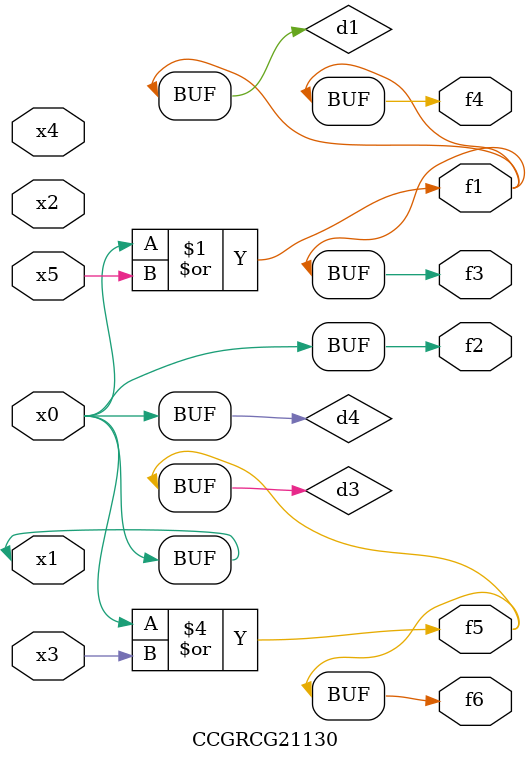
<source format=v>
module CCGRCG21130(
	input x0, x1, x2, x3, x4, x5,
	output f1, f2, f3, f4, f5, f6
);

	wire d1, d2, d3, d4;

	or (d1, x0, x5);
	xnor (d2, x1, x4);
	or (d3, x0, x3);
	buf (d4, x0, x1);
	assign f1 = d1;
	assign f2 = d4;
	assign f3 = d1;
	assign f4 = d1;
	assign f5 = d3;
	assign f6 = d3;
endmodule

</source>
